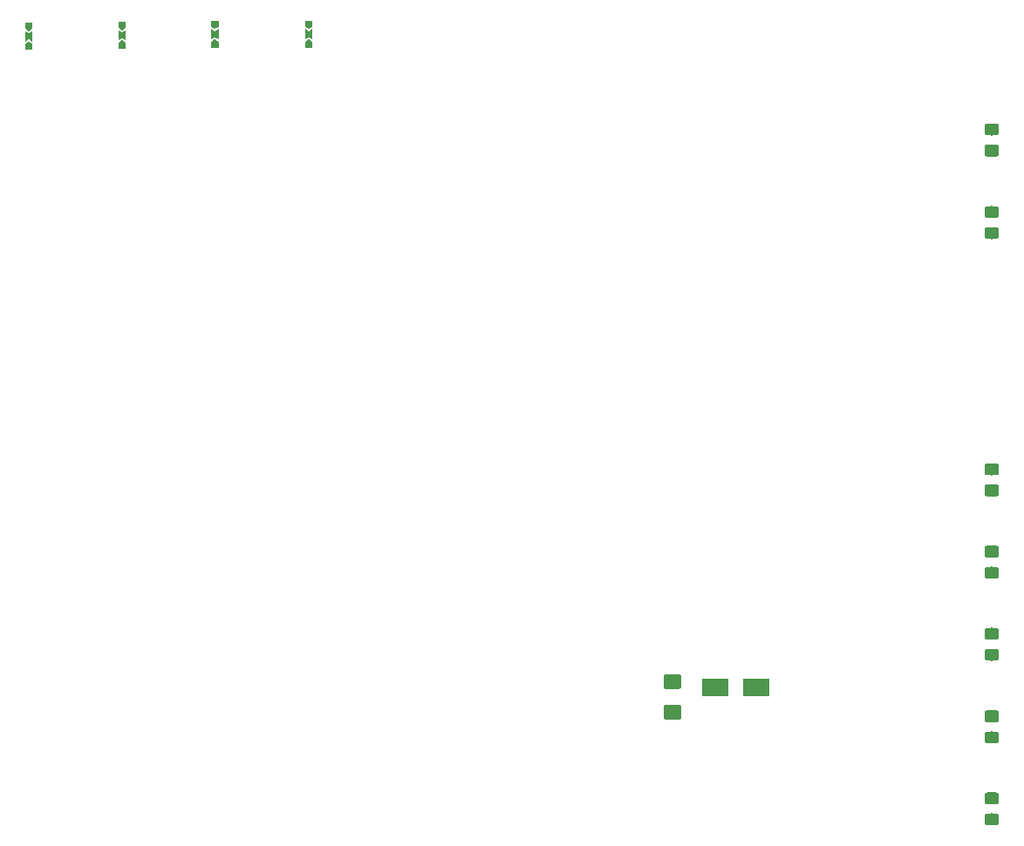
<source format=gbr>
G04 #@! TF.GenerationSoftware,KiCad,Pcbnew,5.0.2-bee76a0~70~ubuntu18.04.1*
G04 #@! TF.CreationDate,2020-03-05T16:19:56+01:00*
G04 #@! TF.ProjectId,myo_shield_pcb,6d796f5f-7368-4696-956c-645f7063622e,rev?*
G04 #@! TF.SameCoordinates,Original*
G04 #@! TF.FileFunction,Paste,Bot*
G04 #@! TF.FilePolarity,Positive*
%FSLAX46Y46*%
G04 Gerber Fmt 4.6, Leading zero omitted, Abs format (unit mm)*
G04 Created by KiCad (PCBNEW 5.0.2-bee76a0~70~ubuntu18.04.1) date Do 05 Mär 2020 16:19:56 CET*
%MOMM*%
%LPD*%
G01*
G04 APERTURE LIST*
%ADD10C,0.100000*%
%ADD11C,1.425000*%
%ADD12R,2.500000X1.800000*%
%ADD13C,1.150000*%
%ADD14C,0.600000*%
G04 APERTURE END LIST*
D10*
G04 #@! TO.C,F1*
G36*
X164649504Y-115888704D02*
X164673773Y-115892304D01*
X164697571Y-115898265D01*
X164720671Y-115906530D01*
X164742849Y-115917020D01*
X164763893Y-115929633D01*
X164783598Y-115944247D01*
X164801777Y-115960723D01*
X164818253Y-115978902D01*
X164832867Y-115998607D01*
X164845480Y-116019651D01*
X164855970Y-116041829D01*
X164864235Y-116064929D01*
X164870196Y-116088727D01*
X164873796Y-116112996D01*
X164875000Y-116137500D01*
X164875000Y-117062500D01*
X164873796Y-117087004D01*
X164870196Y-117111273D01*
X164864235Y-117135071D01*
X164855970Y-117158171D01*
X164845480Y-117180349D01*
X164832867Y-117201393D01*
X164818253Y-117221098D01*
X164801777Y-117239277D01*
X164783598Y-117255753D01*
X164763893Y-117270367D01*
X164742849Y-117282980D01*
X164720671Y-117293470D01*
X164697571Y-117301735D01*
X164673773Y-117307696D01*
X164649504Y-117311296D01*
X164625000Y-117312500D01*
X163375000Y-117312500D01*
X163350496Y-117311296D01*
X163326227Y-117307696D01*
X163302429Y-117301735D01*
X163279329Y-117293470D01*
X163257151Y-117282980D01*
X163236107Y-117270367D01*
X163216402Y-117255753D01*
X163198223Y-117239277D01*
X163181747Y-117221098D01*
X163167133Y-117201393D01*
X163154520Y-117180349D01*
X163144030Y-117158171D01*
X163135765Y-117135071D01*
X163129804Y-117111273D01*
X163126204Y-117087004D01*
X163125000Y-117062500D01*
X163125000Y-116137500D01*
X163126204Y-116112996D01*
X163129804Y-116088727D01*
X163135765Y-116064929D01*
X163144030Y-116041829D01*
X163154520Y-116019651D01*
X163167133Y-115998607D01*
X163181747Y-115978902D01*
X163198223Y-115960723D01*
X163216402Y-115944247D01*
X163236107Y-115929633D01*
X163257151Y-115917020D01*
X163279329Y-115906530D01*
X163302429Y-115898265D01*
X163326227Y-115892304D01*
X163350496Y-115888704D01*
X163375000Y-115887500D01*
X164625000Y-115887500D01*
X164649504Y-115888704D01*
X164649504Y-115888704D01*
G37*
D11*
X164000000Y-116600000D03*
D10*
G36*
X164649504Y-118863704D02*
X164673773Y-118867304D01*
X164697571Y-118873265D01*
X164720671Y-118881530D01*
X164742849Y-118892020D01*
X164763893Y-118904633D01*
X164783598Y-118919247D01*
X164801777Y-118935723D01*
X164818253Y-118953902D01*
X164832867Y-118973607D01*
X164845480Y-118994651D01*
X164855970Y-119016829D01*
X164864235Y-119039929D01*
X164870196Y-119063727D01*
X164873796Y-119087996D01*
X164875000Y-119112500D01*
X164875000Y-120037500D01*
X164873796Y-120062004D01*
X164870196Y-120086273D01*
X164864235Y-120110071D01*
X164855970Y-120133171D01*
X164845480Y-120155349D01*
X164832867Y-120176393D01*
X164818253Y-120196098D01*
X164801777Y-120214277D01*
X164783598Y-120230753D01*
X164763893Y-120245367D01*
X164742849Y-120257980D01*
X164720671Y-120268470D01*
X164697571Y-120276735D01*
X164673773Y-120282696D01*
X164649504Y-120286296D01*
X164625000Y-120287500D01*
X163375000Y-120287500D01*
X163350496Y-120286296D01*
X163326227Y-120282696D01*
X163302429Y-120276735D01*
X163279329Y-120268470D01*
X163257151Y-120257980D01*
X163236107Y-120245367D01*
X163216402Y-120230753D01*
X163198223Y-120214277D01*
X163181747Y-120196098D01*
X163167133Y-120176393D01*
X163154520Y-120155349D01*
X163144030Y-120133171D01*
X163135765Y-120110071D01*
X163129804Y-120086273D01*
X163126204Y-120062004D01*
X163125000Y-120037500D01*
X163125000Y-119112500D01*
X163126204Y-119087996D01*
X163129804Y-119063727D01*
X163135765Y-119039929D01*
X163144030Y-119016829D01*
X163154520Y-118994651D01*
X163167133Y-118973607D01*
X163181747Y-118953902D01*
X163198223Y-118935723D01*
X163216402Y-118919247D01*
X163236107Y-118904633D01*
X163257151Y-118892020D01*
X163279329Y-118881530D01*
X163302429Y-118873265D01*
X163326227Y-118867304D01*
X163350496Y-118863704D01*
X163375000Y-118862500D01*
X164625000Y-118862500D01*
X164649504Y-118863704D01*
X164649504Y-118863704D01*
G37*
D11*
X164000000Y-119575000D03*
G04 #@! TD*
D12*
G04 #@! TO.C,Dsafe1*
X172150000Y-117150000D03*
X168150000Y-117150000D03*
G04 #@! TD*
D10*
G04 #@! TO.C,Co31*
G36*
X195474505Y-70401204D02*
X195498773Y-70404804D01*
X195522572Y-70410765D01*
X195545671Y-70419030D01*
X195567850Y-70429520D01*
X195588893Y-70442132D01*
X195608599Y-70456747D01*
X195626777Y-70473223D01*
X195643253Y-70491401D01*
X195657868Y-70511107D01*
X195670480Y-70532150D01*
X195680970Y-70554329D01*
X195689235Y-70577428D01*
X195695196Y-70601227D01*
X195698796Y-70625495D01*
X195700000Y-70649999D01*
X195700000Y-71300001D01*
X195698796Y-71324505D01*
X195695196Y-71348773D01*
X195689235Y-71372572D01*
X195680970Y-71395671D01*
X195670480Y-71417850D01*
X195657868Y-71438893D01*
X195643253Y-71458599D01*
X195626777Y-71476777D01*
X195608599Y-71493253D01*
X195588893Y-71507868D01*
X195567850Y-71520480D01*
X195545671Y-71530970D01*
X195522572Y-71539235D01*
X195498773Y-71545196D01*
X195474505Y-71548796D01*
X195450001Y-71550000D01*
X194549999Y-71550000D01*
X194525495Y-71548796D01*
X194501227Y-71545196D01*
X194477428Y-71539235D01*
X194454329Y-71530970D01*
X194432150Y-71520480D01*
X194411107Y-71507868D01*
X194391401Y-71493253D01*
X194373223Y-71476777D01*
X194356747Y-71458599D01*
X194342132Y-71438893D01*
X194329520Y-71417850D01*
X194319030Y-71395671D01*
X194310765Y-71372572D01*
X194304804Y-71348773D01*
X194301204Y-71324505D01*
X194300000Y-71300001D01*
X194300000Y-70649999D01*
X194301204Y-70625495D01*
X194304804Y-70601227D01*
X194310765Y-70577428D01*
X194319030Y-70554329D01*
X194329520Y-70532150D01*
X194342132Y-70511107D01*
X194356747Y-70491401D01*
X194373223Y-70473223D01*
X194391401Y-70456747D01*
X194411107Y-70442132D01*
X194432150Y-70429520D01*
X194454329Y-70419030D01*
X194477428Y-70410765D01*
X194501227Y-70404804D01*
X194525495Y-70401204D01*
X194549999Y-70400000D01*
X195450001Y-70400000D01*
X195474505Y-70401204D01*
X195474505Y-70401204D01*
G37*
D13*
X195000000Y-70975000D03*
D10*
G36*
X195474505Y-72451204D02*
X195498773Y-72454804D01*
X195522572Y-72460765D01*
X195545671Y-72469030D01*
X195567850Y-72479520D01*
X195588893Y-72492132D01*
X195608599Y-72506747D01*
X195626777Y-72523223D01*
X195643253Y-72541401D01*
X195657868Y-72561107D01*
X195670480Y-72582150D01*
X195680970Y-72604329D01*
X195689235Y-72627428D01*
X195695196Y-72651227D01*
X195698796Y-72675495D01*
X195700000Y-72699999D01*
X195700000Y-73350001D01*
X195698796Y-73374505D01*
X195695196Y-73398773D01*
X195689235Y-73422572D01*
X195680970Y-73445671D01*
X195670480Y-73467850D01*
X195657868Y-73488893D01*
X195643253Y-73508599D01*
X195626777Y-73526777D01*
X195608599Y-73543253D01*
X195588893Y-73557868D01*
X195567850Y-73570480D01*
X195545671Y-73580970D01*
X195522572Y-73589235D01*
X195498773Y-73595196D01*
X195474505Y-73598796D01*
X195450001Y-73600000D01*
X194549999Y-73600000D01*
X194525495Y-73598796D01*
X194501227Y-73595196D01*
X194477428Y-73589235D01*
X194454329Y-73580970D01*
X194432150Y-73570480D01*
X194411107Y-73557868D01*
X194391401Y-73543253D01*
X194373223Y-73526777D01*
X194356747Y-73508599D01*
X194342132Y-73488893D01*
X194329520Y-73467850D01*
X194319030Y-73445671D01*
X194310765Y-73422572D01*
X194304804Y-73398773D01*
X194301204Y-73374505D01*
X194300000Y-73350001D01*
X194300000Y-72699999D01*
X194301204Y-72675495D01*
X194304804Y-72651227D01*
X194310765Y-72627428D01*
X194319030Y-72604329D01*
X194329520Y-72582150D01*
X194342132Y-72561107D01*
X194356747Y-72541401D01*
X194373223Y-72523223D01*
X194391401Y-72506747D01*
X194411107Y-72492132D01*
X194432150Y-72479520D01*
X194454329Y-72469030D01*
X194477428Y-72460765D01*
X194501227Y-72454804D01*
X194525495Y-72451204D01*
X194549999Y-72450000D01*
X195450001Y-72450000D01*
X195474505Y-72451204D01*
X195474505Y-72451204D01*
G37*
D13*
X195000000Y-73025000D03*
G04 #@! TD*
D10*
G04 #@! TO.C,Co30*
G36*
X195474505Y-62376204D02*
X195498773Y-62379804D01*
X195522572Y-62385765D01*
X195545671Y-62394030D01*
X195567850Y-62404520D01*
X195588893Y-62417132D01*
X195608599Y-62431747D01*
X195626777Y-62448223D01*
X195643253Y-62466401D01*
X195657868Y-62486107D01*
X195670480Y-62507150D01*
X195680970Y-62529329D01*
X195689235Y-62552428D01*
X195695196Y-62576227D01*
X195698796Y-62600495D01*
X195700000Y-62624999D01*
X195700000Y-63275001D01*
X195698796Y-63299505D01*
X195695196Y-63323773D01*
X195689235Y-63347572D01*
X195680970Y-63370671D01*
X195670480Y-63392850D01*
X195657868Y-63413893D01*
X195643253Y-63433599D01*
X195626777Y-63451777D01*
X195608599Y-63468253D01*
X195588893Y-63482868D01*
X195567850Y-63495480D01*
X195545671Y-63505970D01*
X195522572Y-63514235D01*
X195498773Y-63520196D01*
X195474505Y-63523796D01*
X195450001Y-63525000D01*
X194549999Y-63525000D01*
X194525495Y-63523796D01*
X194501227Y-63520196D01*
X194477428Y-63514235D01*
X194454329Y-63505970D01*
X194432150Y-63495480D01*
X194411107Y-63482868D01*
X194391401Y-63468253D01*
X194373223Y-63451777D01*
X194356747Y-63433599D01*
X194342132Y-63413893D01*
X194329520Y-63392850D01*
X194319030Y-63370671D01*
X194310765Y-63347572D01*
X194304804Y-63323773D01*
X194301204Y-63299505D01*
X194300000Y-63275001D01*
X194300000Y-62624999D01*
X194301204Y-62600495D01*
X194304804Y-62576227D01*
X194310765Y-62552428D01*
X194319030Y-62529329D01*
X194329520Y-62507150D01*
X194342132Y-62486107D01*
X194356747Y-62466401D01*
X194373223Y-62448223D01*
X194391401Y-62431747D01*
X194411107Y-62417132D01*
X194432150Y-62404520D01*
X194454329Y-62394030D01*
X194477428Y-62385765D01*
X194501227Y-62379804D01*
X194525495Y-62376204D01*
X194549999Y-62375000D01*
X195450001Y-62375000D01*
X195474505Y-62376204D01*
X195474505Y-62376204D01*
G37*
D13*
X195000000Y-62950000D03*
D10*
G36*
X195474505Y-64426204D02*
X195498773Y-64429804D01*
X195522572Y-64435765D01*
X195545671Y-64444030D01*
X195567850Y-64454520D01*
X195588893Y-64467132D01*
X195608599Y-64481747D01*
X195626777Y-64498223D01*
X195643253Y-64516401D01*
X195657868Y-64536107D01*
X195670480Y-64557150D01*
X195680970Y-64579329D01*
X195689235Y-64602428D01*
X195695196Y-64626227D01*
X195698796Y-64650495D01*
X195700000Y-64674999D01*
X195700000Y-65325001D01*
X195698796Y-65349505D01*
X195695196Y-65373773D01*
X195689235Y-65397572D01*
X195680970Y-65420671D01*
X195670480Y-65442850D01*
X195657868Y-65463893D01*
X195643253Y-65483599D01*
X195626777Y-65501777D01*
X195608599Y-65518253D01*
X195588893Y-65532868D01*
X195567850Y-65545480D01*
X195545671Y-65555970D01*
X195522572Y-65564235D01*
X195498773Y-65570196D01*
X195474505Y-65573796D01*
X195450001Y-65575000D01*
X194549999Y-65575000D01*
X194525495Y-65573796D01*
X194501227Y-65570196D01*
X194477428Y-65564235D01*
X194454329Y-65555970D01*
X194432150Y-65545480D01*
X194411107Y-65532868D01*
X194391401Y-65518253D01*
X194373223Y-65501777D01*
X194356747Y-65483599D01*
X194342132Y-65463893D01*
X194329520Y-65442850D01*
X194319030Y-65420671D01*
X194310765Y-65397572D01*
X194304804Y-65373773D01*
X194301204Y-65349505D01*
X194300000Y-65325001D01*
X194300000Y-64674999D01*
X194301204Y-64650495D01*
X194304804Y-64626227D01*
X194310765Y-64602428D01*
X194319030Y-64579329D01*
X194329520Y-64557150D01*
X194342132Y-64536107D01*
X194356747Y-64516401D01*
X194373223Y-64498223D01*
X194391401Y-64481747D01*
X194411107Y-64467132D01*
X194432150Y-64454520D01*
X194454329Y-64444030D01*
X194477428Y-64435765D01*
X194501227Y-64429804D01*
X194525495Y-64426204D01*
X194549999Y-64425000D01*
X195450001Y-64425000D01*
X195474505Y-64426204D01*
X195474505Y-64426204D01*
G37*
D13*
X195000000Y-65000000D03*
G04 #@! TD*
D10*
G04 #@! TO.C,Co29*
G36*
X195474505Y-127376204D02*
X195498773Y-127379804D01*
X195522572Y-127385765D01*
X195545671Y-127394030D01*
X195567850Y-127404520D01*
X195588893Y-127417132D01*
X195608599Y-127431747D01*
X195626777Y-127448223D01*
X195643253Y-127466401D01*
X195657868Y-127486107D01*
X195670480Y-127507150D01*
X195680970Y-127529329D01*
X195689235Y-127552428D01*
X195695196Y-127576227D01*
X195698796Y-127600495D01*
X195700000Y-127624999D01*
X195700000Y-128275001D01*
X195698796Y-128299505D01*
X195695196Y-128323773D01*
X195689235Y-128347572D01*
X195680970Y-128370671D01*
X195670480Y-128392850D01*
X195657868Y-128413893D01*
X195643253Y-128433599D01*
X195626777Y-128451777D01*
X195608599Y-128468253D01*
X195588893Y-128482868D01*
X195567850Y-128495480D01*
X195545671Y-128505970D01*
X195522572Y-128514235D01*
X195498773Y-128520196D01*
X195474505Y-128523796D01*
X195450001Y-128525000D01*
X194549999Y-128525000D01*
X194525495Y-128523796D01*
X194501227Y-128520196D01*
X194477428Y-128514235D01*
X194454329Y-128505970D01*
X194432150Y-128495480D01*
X194411107Y-128482868D01*
X194391401Y-128468253D01*
X194373223Y-128451777D01*
X194356747Y-128433599D01*
X194342132Y-128413893D01*
X194329520Y-128392850D01*
X194319030Y-128370671D01*
X194310765Y-128347572D01*
X194304804Y-128323773D01*
X194301204Y-128299505D01*
X194300000Y-128275001D01*
X194300000Y-127624999D01*
X194301204Y-127600495D01*
X194304804Y-127576227D01*
X194310765Y-127552428D01*
X194319030Y-127529329D01*
X194329520Y-127507150D01*
X194342132Y-127486107D01*
X194356747Y-127466401D01*
X194373223Y-127448223D01*
X194391401Y-127431747D01*
X194411107Y-127417132D01*
X194432150Y-127404520D01*
X194454329Y-127394030D01*
X194477428Y-127385765D01*
X194501227Y-127379804D01*
X194525495Y-127376204D01*
X194549999Y-127375000D01*
X195450001Y-127375000D01*
X195474505Y-127376204D01*
X195474505Y-127376204D01*
G37*
D13*
X195000000Y-127950000D03*
D10*
G36*
X195474505Y-129426204D02*
X195498773Y-129429804D01*
X195522572Y-129435765D01*
X195545671Y-129444030D01*
X195567850Y-129454520D01*
X195588893Y-129467132D01*
X195608599Y-129481747D01*
X195626777Y-129498223D01*
X195643253Y-129516401D01*
X195657868Y-129536107D01*
X195670480Y-129557150D01*
X195680970Y-129579329D01*
X195689235Y-129602428D01*
X195695196Y-129626227D01*
X195698796Y-129650495D01*
X195700000Y-129674999D01*
X195700000Y-130325001D01*
X195698796Y-130349505D01*
X195695196Y-130373773D01*
X195689235Y-130397572D01*
X195680970Y-130420671D01*
X195670480Y-130442850D01*
X195657868Y-130463893D01*
X195643253Y-130483599D01*
X195626777Y-130501777D01*
X195608599Y-130518253D01*
X195588893Y-130532868D01*
X195567850Y-130545480D01*
X195545671Y-130555970D01*
X195522572Y-130564235D01*
X195498773Y-130570196D01*
X195474505Y-130573796D01*
X195450001Y-130575000D01*
X194549999Y-130575000D01*
X194525495Y-130573796D01*
X194501227Y-130570196D01*
X194477428Y-130564235D01*
X194454329Y-130555970D01*
X194432150Y-130545480D01*
X194411107Y-130532868D01*
X194391401Y-130518253D01*
X194373223Y-130501777D01*
X194356747Y-130483599D01*
X194342132Y-130463893D01*
X194329520Y-130442850D01*
X194319030Y-130420671D01*
X194310765Y-130397572D01*
X194304804Y-130373773D01*
X194301204Y-130349505D01*
X194300000Y-130325001D01*
X194300000Y-129674999D01*
X194301204Y-129650495D01*
X194304804Y-129626227D01*
X194310765Y-129602428D01*
X194319030Y-129579329D01*
X194329520Y-129557150D01*
X194342132Y-129536107D01*
X194356747Y-129516401D01*
X194373223Y-129498223D01*
X194391401Y-129481747D01*
X194411107Y-129467132D01*
X194432150Y-129454520D01*
X194454329Y-129444030D01*
X194477428Y-129435765D01*
X194501227Y-129429804D01*
X194525495Y-129426204D01*
X194549999Y-129425000D01*
X195450001Y-129425000D01*
X195474505Y-129426204D01*
X195474505Y-129426204D01*
G37*
D13*
X195000000Y-130000000D03*
G04 #@! TD*
D10*
G04 #@! TO.C,Co28*
G36*
X195474505Y-119401204D02*
X195498773Y-119404804D01*
X195522572Y-119410765D01*
X195545671Y-119419030D01*
X195567850Y-119429520D01*
X195588893Y-119442132D01*
X195608599Y-119456747D01*
X195626777Y-119473223D01*
X195643253Y-119491401D01*
X195657868Y-119511107D01*
X195670480Y-119532150D01*
X195680970Y-119554329D01*
X195689235Y-119577428D01*
X195695196Y-119601227D01*
X195698796Y-119625495D01*
X195700000Y-119649999D01*
X195700000Y-120300001D01*
X195698796Y-120324505D01*
X195695196Y-120348773D01*
X195689235Y-120372572D01*
X195680970Y-120395671D01*
X195670480Y-120417850D01*
X195657868Y-120438893D01*
X195643253Y-120458599D01*
X195626777Y-120476777D01*
X195608599Y-120493253D01*
X195588893Y-120507868D01*
X195567850Y-120520480D01*
X195545671Y-120530970D01*
X195522572Y-120539235D01*
X195498773Y-120545196D01*
X195474505Y-120548796D01*
X195450001Y-120550000D01*
X194549999Y-120550000D01*
X194525495Y-120548796D01*
X194501227Y-120545196D01*
X194477428Y-120539235D01*
X194454329Y-120530970D01*
X194432150Y-120520480D01*
X194411107Y-120507868D01*
X194391401Y-120493253D01*
X194373223Y-120476777D01*
X194356747Y-120458599D01*
X194342132Y-120438893D01*
X194329520Y-120417850D01*
X194319030Y-120395671D01*
X194310765Y-120372572D01*
X194304804Y-120348773D01*
X194301204Y-120324505D01*
X194300000Y-120300001D01*
X194300000Y-119649999D01*
X194301204Y-119625495D01*
X194304804Y-119601227D01*
X194310765Y-119577428D01*
X194319030Y-119554329D01*
X194329520Y-119532150D01*
X194342132Y-119511107D01*
X194356747Y-119491401D01*
X194373223Y-119473223D01*
X194391401Y-119456747D01*
X194411107Y-119442132D01*
X194432150Y-119429520D01*
X194454329Y-119419030D01*
X194477428Y-119410765D01*
X194501227Y-119404804D01*
X194525495Y-119401204D01*
X194549999Y-119400000D01*
X195450001Y-119400000D01*
X195474505Y-119401204D01*
X195474505Y-119401204D01*
G37*
D13*
X195000000Y-119975000D03*
D10*
G36*
X195474505Y-121451204D02*
X195498773Y-121454804D01*
X195522572Y-121460765D01*
X195545671Y-121469030D01*
X195567850Y-121479520D01*
X195588893Y-121492132D01*
X195608599Y-121506747D01*
X195626777Y-121523223D01*
X195643253Y-121541401D01*
X195657868Y-121561107D01*
X195670480Y-121582150D01*
X195680970Y-121604329D01*
X195689235Y-121627428D01*
X195695196Y-121651227D01*
X195698796Y-121675495D01*
X195700000Y-121699999D01*
X195700000Y-122350001D01*
X195698796Y-122374505D01*
X195695196Y-122398773D01*
X195689235Y-122422572D01*
X195680970Y-122445671D01*
X195670480Y-122467850D01*
X195657868Y-122488893D01*
X195643253Y-122508599D01*
X195626777Y-122526777D01*
X195608599Y-122543253D01*
X195588893Y-122557868D01*
X195567850Y-122570480D01*
X195545671Y-122580970D01*
X195522572Y-122589235D01*
X195498773Y-122595196D01*
X195474505Y-122598796D01*
X195450001Y-122600000D01*
X194549999Y-122600000D01*
X194525495Y-122598796D01*
X194501227Y-122595196D01*
X194477428Y-122589235D01*
X194454329Y-122580970D01*
X194432150Y-122570480D01*
X194411107Y-122557868D01*
X194391401Y-122543253D01*
X194373223Y-122526777D01*
X194356747Y-122508599D01*
X194342132Y-122488893D01*
X194329520Y-122467850D01*
X194319030Y-122445671D01*
X194310765Y-122422572D01*
X194304804Y-122398773D01*
X194301204Y-122374505D01*
X194300000Y-122350001D01*
X194300000Y-121699999D01*
X194301204Y-121675495D01*
X194304804Y-121651227D01*
X194310765Y-121627428D01*
X194319030Y-121604329D01*
X194329520Y-121582150D01*
X194342132Y-121561107D01*
X194356747Y-121541401D01*
X194373223Y-121523223D01*
X194391401Y-121506747D01*
X194411107Y-121492132D01*
X194432150Y-121479520D01*
X194454329Y-121469030D01*
X194477428Y-121460765D01*
X194501227Y-121454804D01*
X194525495Y-121451204D01*
X194549999Y-121450000D01*
X195450001Y-121450000D01*
X195474505Y-121451204D01*
X195474505Y-121451204D01*
G37*
D13*
X195000000Y-122025000D03*
G04 #@! TD*
D10*
G04 #@! TO.C,Co27*
G36*
X195474505Y-111376204D02*
X195498773Y-111379804D01*
X195522572Y-111385765D01*
X195545671Y-111394030D01*
X195567850Y-111404520D01*
X195588893Y-111417132D01*
X195608599Y-111431747D01*
X195626777Y-111448223D01*
X195643253Y-111466401D01*
X195657868Y-111486107D01*
X195670480Y-111507150D01*
X195680970Y-111529329D01*
X195689235Y-111552428D01*
X195695196Y-111576227D01*
X195698796Y-111600495D01*
X195700000Y-111624999D01*
X195700000Y-112275001D01*
X195698796Y-112299505D01*
X195695196Y-112323773D01*
X195689235Y-112347572D01*
X195680970Y-112370671D01*
X195670480Y-112392850D01*
X195657868Y-112413893D01*
X195643253Y-112433599D01*
X195626777Y-112451777D01*
X195608599Y-112468253D01*
X195588893Y-112482868D01*
X195567850Y-112495480D01*
X195545671Y-112505970D01*
X195522572Y-112514235D01*
X195498773Y-112520196D01*
X195474505Y-112523796D01*
X195450001Y-112525000D01*
X194549999Y-112525000D01*
X194525495Y-112523796D01*
X194501227Y-112520196D01*
X194477428Y-112514235D01*
X194454329Y-112505970D01*
X194432150Y-112495480D01*
X194411107Y-112482868D01*
X194391401Y-112468253D01*
X194373223Y-112451777D01*
X194356747Y-112433599D01*
X194342132Y-112413893D01*
X194329520Y-112392850D01*
X194319030Y-112370671D01*
X194310765Y-112347572D01*
X194304804Y-112323773D01*
X194301204Y-112299505D01*
X194300000Y-112275001D01*
X194300000Y-111624999D01*
X194301204Y-111600495D01*
X194304804Y-111576227D01*
X194310765Y-111552428D01*
X194319030Y-111529329D01*
X194329520Y-111507150D01*
X194342132Y-111486107D01*
X194356747Y-111466401D01*
X194373223Y-111448223D01*
X194391401Y-111431747D01*
X194411107Y-111417132D01*
X194432150Y-111404520D01*
X194454329Y-111394030D01*
X194477428Y-111385765D01*
X194501227Y-111379804D01*
X194525495Y-111376204D01*
X194549999Y-111375000D01*
X195450001Y-111375000D01*
X195474505Y-111376204D01*
X195474505Y-111376204D01*
G37*
D13*
X195000000Y-111950000D03*
D10*
G36*
X195474505Y-113426204D02*
X195498773Y-113429804D01*
X195522572Y-113435765D01*
X195545671Y-113444030D01*
X195567850Y-113454520D01*
X195588893Y-113467132D01*
X195608599Y-113481747D01*
X195626777Y-113498223D01*
X195643253Y-113516401D01*
X195657868Y-113536107D01*
X195670480Y-113557150D01*
X195680970Y-113579329D01*
X195689235Y-113602428D01*
X195695196Y-113626227D01*
X195698796Y-113650495D01*
X195700000Y-113674999D01*
X195700000Y-114325001D01*
X195698796Y-114349505D01*
X195695196Y-114373773D01*
X195689235Y-114397572D01*
X195680970Y-114420671D01*
X195670480Y-114442850D01*
X195657868Y-114463893D01*
X195643253Y-114483599D01*
X195626777Y-114501777D01*
X195608599Y-114518253D01*
X195588893Y-114532868D01*
X195567850Y-114545480D01*
X195545671Y-114555970D01*
X195522572Y-114564235D01*
X195498773Y-114570196D01*
X195474505Y-114573796D01*
X195450001Y-114575000D01*
X194549999Y-114575000D01*
X194525495Y-114573796D01*
X194501227Y-114570196D01*
X194477428Y-114564235D01*
X194454329Y-114555970D01*
X194432150Y-114545480D01*
X194411107Y-114532868D01*
X194391401Y-114518253D01*
X194373223Y-114501777D01*
X194356747Y-114483599D01*
X194342132Y-114463893D01*
X194329520Y-114442850D01*
X194319030Y-114420671D01*
X194310765Y-114397572D01*
X194304804Y-114373773D01*
X194301204Y-114349505D01*
X194300000Y-114325001D01*
X194300000Y-113674999D01*
X194301204Y-113650495D01*
X194304804Y-113626227D01*
X194310765Y-113602428D01*
X194319030Y-113579329D01*
X194329520Y-113557150D01*
X194342132Y-113536107D01*
X194356747Y-113516401D01*
X194373223Y-113498223D01*
X194391401Y-113481747D01*
X194411107Y-113467132D01*
X194432150Y-113454520D01*
X194454329Y-113444030D01*
X194477428Y-113435765D01*
X194501227Y-113429804D01*
X194525495Y-113426204D01*
X194549999Y-113425000D01*
X195450001Y-113425000D01*
X195474505Y-113426204D01*
X195474505Y-113426204D01*
G37*
D13*
X195000000Y-114000000D03*
G04 #@! TD*
D10*
G04 #@! TO.C,Co26*
G36*
X195474505Y-103401204D02*
X195498773Y-103404804D01*
X195522572Y-103410765D01*
X195545671Y-103419030D01*
X195567850Y-103429520D01*
X195588893Y-103442132D01*
X195608599Y-103456747D01*
X195626777Y-103473223D01*
X195643253Y-103491401D01*
X195657868Y-103511107D01*
X195670480Y-103532150D01*
X195680970Y-103554329D01*
X195689235Y-103577428D01*
X195695196Y-103601227D01*
X195698796Y-103625495D01*
X195700000Y-103649999D01*
X195700000Y-104300001D01*
X195698796Y-104324505D01*
X195695196Y-104348773D01*
X195689235Y-104372572D01*
X195680970Y-104395671D01*
X195670480Y-104417850D01*
X195657868Y-104438893D01*
X195643253Y-104458599D01*
X195626777Y-104476777D01*
X195608599Y-104493253D01*
X195588893Y-104507868D01*
X195567850Y-104520480D01*
X195545671Y-104530970D01*
X195522572Y-104539235D01*
X195498773Y-104545196D01*
X195474505Y-104548796D01*
X195450001Y-104550000D01*
X194549999Y-104550000D01*
X194525495Y-104548796D01*
X194501227Y-104545196D01*
X194477428Y-104539235D01*
X194454329Y-104530970D01*
X194432150Y-104520480D01*
X194411107Y-104507868D01*
X194391401Y-104493253D01*
X194373223Y-104476777D01*
X194356747Y-104458599D01*
X194342132Y-104438893D01*
X194329520Y-104417850D01*
X194319030Y-104395671D01*
X194310765Y-104372572D01*
X194304804Y-104348773D01*
X194301204Y-104324505D01*
X194300000Y-104300001D01*
X194300000Y-103649999D01*
X194301204Y-103625495D01*
X194304804Y-103601227D01*
X194310765Y-103577428D01*
X194319030Y-103554329D01*
X194329520Y-103532150D01*
X194342132Y-103511107D01*
X194356747Y-103491401D01*
X194373223Y-103473223D01*
X194391401Y-103456747D01*
X194411107Y-103442132D01*
X194432150Y-103429520D01*
X194454329Y-103419030D01*
X194477428Y-103410765D01*
X194501227Y-103404804D01*
X194525495Y-103401204D01*
X194549999Y-103400000D01*
X195450001Y-103400000D01*
X195474505Y-103401204D01*
X195474505Y-103401204D01*
G37*
D13*
X195000000Y-103975000D03*
D10*
G36*
X195474505Y-105451204D02*
X195498773Y-105454804D01*
X195522572Y-105460765D01*
X195545671Y-105469030D01*
X195567850Y-105479520D01*
X195588893Y-105492132D01*
X195608599Y-105506747D01*
X195626777Y-105523223D01*
X195643253Y-105541401D01*
X195657868Y-105561107D01*
X195670480Y-105582150D01*
X195680970Y-105604329D01*
X195689235Y-105627428D01*
X195695196Y-105651227D01*
X195698796Y-105675495D01*
X195700000Y-105699999D01*
X195700000Y-106350001D01*
X195698796Y-106374505D01*
X195695196Y-106398773D01*
X195689235Y-106422572D01*
X195680970Y-106445671D01*
X195670480Y-106467850D01*
X195657868Y-106488893D01*
X195643253Y-106508599D01*
X195626777Y-106526777D01*
X195608599Y-106543253D01*
X195588893Y-106557868D01*
X195567850Y-106570480D01*
X195545671Y-106580970D01*
X195522572Y-106589235D01*
X195498773Y-106595196D01*
X195474505Y-106598796D01*
X195450001Y-106600000D01*
X194549999Y-106600000D01*
X194525495Y-106598796D01*
X194501227Y-106595196D01*
X194477428Y-106589235D01*
X194454329Y-106580970D01*
X194432150Y-106570480D01*
X194411107Y-106557868D01*
X194391401Y-106543253D01*
X194373223Y-106526777D01*
X194356747Y-106508599D01*
X194342132Y-106488893D01*
X194329520Y-106467850D01*
X194319030Y-106445671D01*
X194310765Y-106422572D01*
X194304804Y-106398773D01*
X194301204Y-106374505D01*
X194300000Y-106350001D01*
X194300000Y-105699999D01*
X194301204Y-105675495D01*
X194304804Y-105651227D01*
X194310765Y-105627428D01*
X194319030Y-105604329D01*
X194329520Y-105582150D01*
X194342132Y-105561107D01*
X194356747Y-105541401D01*
X194373223Y-105523223D01*
X194391401Y-105506747D01*
X194411107Y-105492132D01*
X194432150Y-105479520D01*
X194454329Y-105469030D01*
X194477428Y-105460765D01*
X194501227Y-105454804D01*
X194525495Y-105451204D01*
X194549999Y-105450000D01*
X195450001Y-105450000D01*
X195474505Y-105451204D01*
X195474505Y-105451204D01*
G37*
D13*
X195000000Y-106025000D03*
G04 #@! TD*
D10*
G04 #@! TO.C,Co25*
G36*
X195474505Y-95401204D02*
X195498773Y-95404804D01*
X195522572Y-95410765D01*
X195545671Y-95419030D01*
X195567850Y-95429520D01*
X195588893Y-95442132D01*
X195608599Y-95456747D01*
X195626777Y-95473223D01*
X195643253Y-95491401D01*
X195657868Y-95511107D01*
X195670480Y-95532150D01*
X195680970Y-95554329D01*
X195689235Y-95577428D01*
X195695196Y-95601227D01*
X195698796Y-95625495D01*
X195700000Y-95649999D01*
X195700000Y-96300001D01*
X195698796Y-96324505D01*
X195695196Y-96348773D01*
X195689235Y-96372572D01*
X195680970Y-96395671D01*
X195670480Y-96417850D01*
X195657868Y-96438893D01*
X195643253Y-96458599D01*
X195626777Y-96476777D01*
X195608599Y-96493253D01*
X195588893Y-96507868D01*
X195567850Y-96520480D01*
X195545671Y-96530970D01*
X195522572Y-96539235D01*
X195498773Y-96545196D01*
X195474505Y-96548796D01*
X195450001Y-96550000D01*
X194549999Y-96550000D01*
X194525495Y-96548796D01*
X194501227Y-96545196D01*
X194477428Y-96539235D01*
X194454329Y-96530970D01*
X194432150Y-96520480D01*
X194411107Y-96507868D01*
X194391401Y-96493253D01*
X194373223Y-96476777D01*
X194356747Y-96458599D01*
X194342132Y-96438893D01*
X194329520Y-96417850D01*
X194319030Y-96395671D01*
X194310765Y-96372572D01*
X194304804Y-96348773D01*
X194301204Y-96324505D01*
X194300000Y-96300001D01*
X194300000Y-95649999D01*
X194301204Y-95625495D01*
X194304804Y-95601227D01*
X194310765Y-95577428D01*
X194319030Y-95554329D01*
X194329520Y-95532150D01*
X194342132Y-95511107D01*
X194356747Y-95491401D01*
X194373223Y-95473223D01*
X194391401Y-95456747D01*
X194411107Y-95442132D01*
X194432150Y-95429520D01*
X194454329Y-95419030D01*
X194477428Y-95410765D01*
X194501227Y-95404804D01*
X194525495Y-95401204D01*
X194549999Y-95400000D01*
X195450001Y-95400000D01*
X195474505Y-95401204D01*
X195474505Y-95401204D01*
G37*
D13*
X195000000Y-95975000D03*
D10*
G36*
X195474505Y-97451204D02*
X195498773Y-97454804D01*
X195522572Y-97460765D01*
X195545671Y-97469030D01*
X195567850Y-97479520D01*
X195588893Y-97492132D01*
X195608599Y-97506747D01*
X195626777Y-97523223D01*
X195643253Y-97541401D01*
X195657868Y-97561107D01*
X195670480Y-97582150D01*
X195680970Y-97604329D01*
X195689235Y-97627428D01*
X195695196Y-97651227D01*
X195698796Y-97675495D01*
X195700000Y-97699999D01*
X195700000Y-98350001D01*
X195698796Y-98374505D01*
X195695196Y-98398773D01*
X195689235Y-98422572D01*
X195680970Y-98445671D01*
X195670480Y-98467850D01*
X195657868Y-98488893D01*
X195643253Y-98508599D01*
X195626777Y-98526777D01*
X195608599Y-98543253D01*
X195588893Y-98557868D01*
X195567850Y-98570480D01*
X195545671Y-98580970D01*
X195522572Y-98589235D01*
X195498773Y-98595196D01*
X195474505Y-98598796D01*
X195450001Y-98600000D01*
X194549999Y-98600000D01*
X194525495Y-98598796D01*
X194501227Y-98595196D01*
X194477428Y-98589235D01*
X194454329Y-98580970D01*
X194432150Y-98570480D01*
X194411107Y-98557868D01*
X194391401Y-98543253D01*
X194373223Y-98526777D01*
X194356747Y-98508599D01*
X194342132Y-98488893D01*
X194329520Y-98467850D01*
X194319030Y-98445671D01*
X194310765Y-98422572D01*
X194304804Y-98398773D01*
X194301204Y-98374505D01*
X194300000Y-98350001D01*
X194300000Y-97699999D01*
X194301204Y-97675495D01*
X194304804Y-97651227D01*
X194310765Y-97627428D01*
X194319030Y-97604329D01*
X194329520Y-97582150D01*
X194342132Y-97561107D01*
X194356747Y-97541401D01*
X194373223Y-97523223D01*
X194391401Y-97506747D01*
X194411107Y-97492132D01*
X194432150Y-97479520D01*
X194454329Y-97469030D01*
X194477428Y-97460765D01*
X194501227Y-97454804D01*
X194525495Y-97451204D01*
X194549999Y-97450000D01*
X195450001Y-97450000D01*
X195474505Y-97451204D01*
X195474505Y-97451204D01*
G37*
D13*
X195000000Y-98025000D03*
G04 #@! TD*
D14*
G04 #@! TO.C,JP5*
X128700000Y-52700000D03*
D10*
G36*
X129050000Y-52400000D02*
X129050000Y-53000000D01*
X128700000Y-53200000D01*
X128350000Y-53000000D01*
X128350000Y-52400000D01*
X129050000Y-52400000D01*
X129050000Y-52400000D01*
G37*
D14*
X128700000Y-54700000D03*
D10*
G36*
X128700000Y-54200000D02*
X129050000Y-54400000D01*
X129050000Y-55000000D01*
X128350000Y-55000000D01*
X128350000Y-54400000D01*
X128700000Y-54200000D01*
X128700000Y-54200000D01*
G37*
D14*
X128700000Y-53700000D03*
D10*
G36*
X128700000Y-53399000D02*
X129050000Y-53200000D01*
X129050000Y-54200000D01*
X128700000Y-54001000D01*
X128350000Y-54200000D01*
X128350000Y-53200000D01*
X128700000Y-53399000D01*
X128700000Y-53399000D01*
G37*
G04 #@! TD*
D14*
G04 #@! TO.C,JP6*
X119600000Y-53700000D03*
D10*
G36*
X119600000Y-53399000D02*
X119950000Y-53200000D01*
X119950000Y-54200000D01*
X119600000Y-54001000D01*
X119250000Y-54200000D01*
X119250000Y-53200000D01*
X119600000Y-53399000D01*
X119600000Y-53399000D01*
G37*
D14*
X119600000Y-54700000D03*
D10*
G36*
X119600000Y-54200000D02*
X119950000Y-54400000D01*
X119950000Y-55000000D01*
X119250000Y-55000000D01*
X119250000Y-54400000D01*
X119600000Y-54200000D01*
X119600000Y-54200000D01*
G37*
D14*
X119600000Y-52700000D03*
D10*
G36*
X119950000Y-52400000D02*
X119950000Y-53000000D01*
X119600000Y-53200000D01*
X119250000Y-53000000D01*
X119250000Y-52400000D01*
X119950000Y-52400000D01*
X119950000Y-52400000D01*
G37*
G04 #@! TD*
D14*
G04 #@! TO.C,JP7*
X110600000Y-53800000D03*
D10*
G36*
X110600000Y-53499000D02*
X110950000Y-53300000D01*
X110950000Y-54300000D01*
X110600000Y-54101000D01*
X110250000Y-54300000D01*
X110250000Y-53300000D01*
X110600000Y-53499000D01*
X110600000Y-53499000D01*
G37*
D14*
X110600000Y-54800000D03*
D10*
G36*
X110600000Y-54300000D02*
X110950000Y-54500000D01*
X110950000Y-55100000D01*
X110250000Y-55100000D01*
X110250000Y-54500000D01*
X110600000Y-54300000D01*
X110600000Y-54300000D01*
G37*
D14*
X110600000Y-52800000D03*
D10*
G36*
X110950000Y-52500000D02*
X110950000Y-53100000D01*
X110600000Y-53300000D01*
X110250000Y-53100000D01*
X110250000Y-52500000D01*
X110950000Y-52500000D01*
X110950000Y-52500000D01*
G37*
G04 #@! TD*
D14*
G04 #@! TO.C,JP8*
X101500000Y-52900000D03*
D10*
G36*
X101850000Y-52600000D02*
X101850000Y-53200000D01*
X101500000Y-53400000D01*
X101150000Y-53200000D01*
X101150000Y-52600000D01*
X101850000Y-52600000D01*
X101850000Y-52600000D01*
G37*
D14*
X101500000Y-54900000D03*
D10*
G36*
X101500000Y-54400000D02*
X101850000Y-54600000D01*
X101850000Y-55200000D01*
X101150000Y-55200000D01*
X101150000Y-54600000D01*
X101500000Y-54400000D01*
X101500000Y-54400000D01*
G37*
D14*
X101500000Y-53900000D03*
D10*
G36*
X101500000Y-53599000D02*
X101850000Y-53400000D01*
X101850000Y-54400000D01*
X101500000Y-54201000D01*
X101150000Y-54400000D01*
X101150000Y-53400000D01*
X101500000Y-53599000D01*
X101500000Y-53599000D01*
G37*
G04 #@! TD*
M02*

</source>
